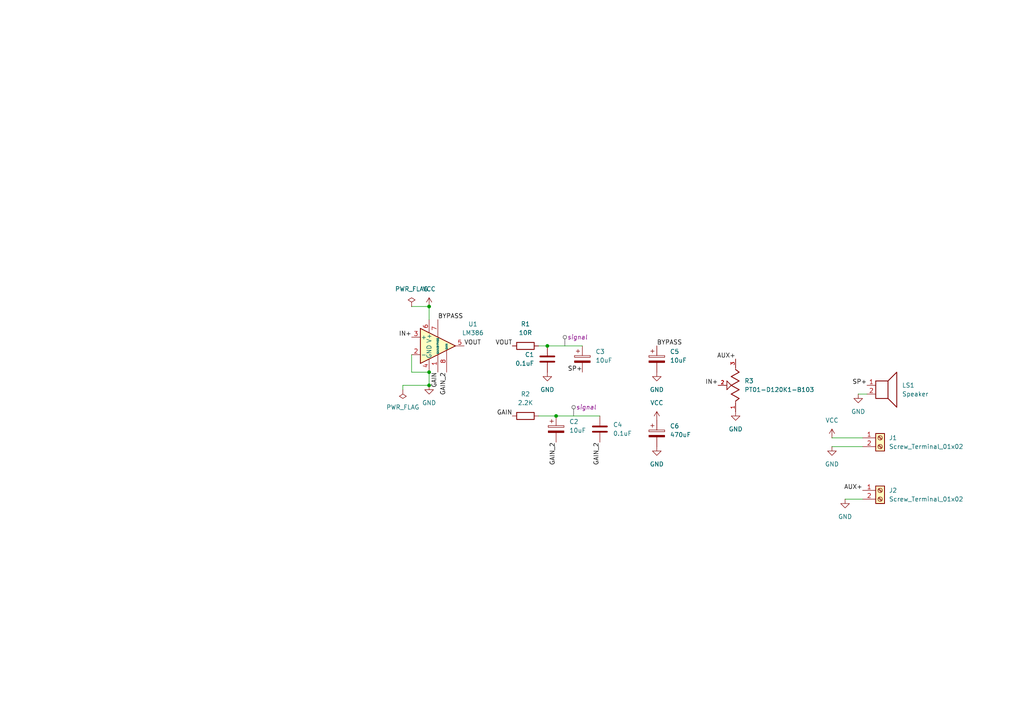
<source format=kicad_sch>
(kicad_sch (version 20231120) (generator "eeschema") (generator_version "8.0")
  (paper "A4")
  (lib_symbols
    (symbol "Amplifier_Audio:LM386" (pin_names (offset 0.127))
      (property "Reference" "U" (at 1.27 7.62 0))
      (property "Value" "LM386" (at 1.27 5.08 0))
      (symbol "LM386_0_1"
        (polyline (pts (xy 5.08 0) (xy -5.08 5.08) (xy -5.08 -5.08) (xy 5.08 0)) (stroke (width 0.254)) (fill (type background)))
      )
      (symbol "LM386_1_1"
        (pin input line (at 0 -7.62 90) (length 5.08) (name "GAIN") (number "1"))
        (pin input line (at -7.62 -2.54 0) (length 2.54) (name "-") (number "2"))
        (pin input line (at -7.62 2.54 0) (length 2.54) (name "+") (number "3"))
        (pin power_in line (at -2.54 -7.62 90) (length 3.81) (name "GND") (number "4"))
        (pin output line (at 7.62 0 180) (length 2.54) (name "~") (number "5"))
        (pin power_in line (at -2.54 7.62 270) (length 3.81) (name "V+") (number "6"))
        (pin input line (at 0 7.62 270) (length 5.08) (name "BYPASS") (number "7"))
        (pin input line (at 2.54 -7.62 90) (length 6.35) (name "GAIN") (number "8"))
      )
    )
    (symbol "Connector:Screw_Terminal_01x02" (pin_names (offset 1.016) hide)
      (property "Reference" "J" (at 0 2.54 0))
      (property "Value" "Screw_Terminal_01x02" (at 0 -5.08 0))
      (symbol "Screw_Terminal_01x02_1_1"
        (rectangle (start -1.27 1.27) (end 1.27 -3.81) (stroke (width 0.254)) (fill (type background)))
        (circle (center 0 -2.54) (radius 0.635) (stroke (width 0.1524)))
        (polyline (pts (xy -0.5334 -2.2098) (xy 0.3302 -3.048)) (stroke (width 0.1524)))
        (polyline (pts (xy -0.5334 0.3302) (xy 0.3302 -0.508)) (stroke (width 0.1524)))
        (polyline (pts (xy -0.3556 -2.032) (xy 0.508 -2.8702)) (stroke (width 0.1524)))
        (polyline (pts (xy -0.3556 0.508) (xy 0.508 -0.3302)) (stroke (width 0.1524)))
        (circle (center 0 0) (radius 0.635) (stroke (width 0.1524)))
        (pin passive line (at -5.08 0 0) (length 3.81) (name "Pin_1") (number "1"))
        (pin passive line (at -5.08 -2.54 0) (length 3.81) (name "Pin_2") (number "2"))
      )
    )
    (symbol "Device:C" (pin_numbers hide) (pin_names (offset 0.254))
      (property "Reference" "C" (at 0.635 2.54 0))
      (property "Value" "C" (at 0.635 -2.54 0))
      (symbol "C_0_1"
        (polyline (pts (xy -2.032 -0.762) (xy 2.032 -0.762)) (stroke (width 0.508)))
        (polyline (pts (xy -2.032 0.762) (xy 2.032 0.762)) (stroke (width 0.508)))
      )
      (symbol "C_1_1"
        (pin passive line (at 0 3.81 270) (length 2.794) (name "~") (number "1"))
        (pin passive line (at 0 -3.81 90) (length 2.794) (name "~") (number "2"))
      )
    )
    (symbol "Device:C_Polarized" (pin_numbers hide) (pin_names (offset 0.254))
      (property "Reference" "C" (at 0.635 2.54 0))
      (property "Value" "C_Polarized" (at 0.635 -2.54 0))
      (symbol "C_Polarized_0_1"
        (rectangle (start -2.286 0.508) (end 2.286 1.016))
        (polyline (pts (xy -1.778 2.286) (xy -0.762 2.286)))
        (polyline (pts (xy -1.27 2.794) (xy -1.27 1.778)))
        (rectangle (start 2.286 -0.508) (end -2.286 -1.016) (fill (type outline)))
      )
      (symbol "C_Polarized_1_1"
        (pin passive line (at 0 3.81 270) (length 2.794) (name "~") (number "1"))
        (pin passive line (at 0 -3.81 90) (length 2.794) (name "~") (number "2"))
      )
    )
    (symbol "Device:R" (pin_numbers hide) (pin_names (offset 0))
      (property "Reference" "R" (at 2.032 0 90))
      (property "Value" "R" (at 0 0 90))
      (symbol "R_0_1"
        (rectangle (start -1.016 -2.54) (end 1.016 2.54) (stroke (width 0.254)))
      )
      (symbol "R_1_1"
        (pin passive line (at 0 3.81 270) (length 1.27) (name "~") (number "1"))
        (pin passive line (at 0 -3.81 90) (length 1.27) (name "~") (number "2"))
      )
    )
    (symbol "Device:Speaker" (pin_names (offset 0) hide)
      (property "Reference" "LS" (at 1.27 5.715 0))
      (property "Value" "Speaker" (at 1.27 3.81 0))
      (symbol "Speaker_0_0"
        (rectangle (start -2.54 1.27) (end 1.016 -3.81) (stroke (width 0.254)))
        (polyline (pts (xy 1.016 1.27) (xy 3.556 3.81) (xy 3.556 -6.35) (xy 1.016 -3.81)) (stroke (width 0.254)))
      )
      (symbol "Speaker_1_1"
        (pin input line (at -5.08 0 0) (length 2.54) (name "1") (number "1"))
        (pin input line (at -5.08 -2.54 0) (length 2.54) (name "2") (number "2"))
      )
    )
    (symbol "New_Library_0:PT01-D120K1-B103" (pin_names (offset 1.016))
      (property "Reference" "R" (at -7.62 10.16 0))
      (property "Value" "PT01-D120K1-B103" (at -7.62 -5.08 0))
      (symbol "PT01-D120K1-B103_0_0"
        (polyline (pts (xy -4.572 0) (xy -5.08 0)) (stroke (width 0.1524)))
        (polyline (pts (xy -3.81 -1.016) (xy -4.572 0)) (stroke (width 0.254)))
        (polyline (pts (xy -2.54 1.27) (xy -3.81 -1.016)) (stroke (width 0.254)))
        (polyline (pts (xy -1.27 -1.016) (xy -2.54 1.27)) (stroke (width 0.254)))
        (polyline (pts (xy -1.27 2.54) (xy 1.27 2.54)) (stroke (width 0.2032)))
        (polyline (pts (xy 0 1.27) (xy -1.27 -1.016)) (stroke (width 0.254)))
        (polyline (pts (xy 0 1.27) (xy -1.27 2.54)) (stroke (width 0.2032)))
        (polyline (pts (xy 1.27 -1.016) (xy 0 1.27)) (stroke (width 0.254)))
        (polyline (pts (xy 1.27 2.54) (xy 0 1.27)) (stroke (width 0.2032)))
        (polyline (pts (xy 2.54 1.27) (xy 1.27 -1.016)) (stroke (width 0.254)))
        (polyline (pts (xy 3.81 -1.016) (xy 2.54 1.27)) (stroke (width 0.254)))
        (polyline (pts (xy 4.572 0) (xy 3.81 -1.016)) (stroke (width 0.254)))
        (polyline (pts (xy 5.08 0) (xy 4.572 0)) (stroke (width 0.1524)))
        (pin passive line (at -7.62 0 0) (length 2.54) (name "~") (number "1"))
        (pin passive line (at 0 5.08 270) (length 2.54) (name "~") (number "2"))
        (pin passive line (at 7.62 0 180) (length 2.54) (name "~") (number "3"))
      )
    )
    (symbol "power:GND" (power) (pin_numbers hide) (pin_names (offset 0) hide)
      (property "Value" "GND" (at 0 -3.81 0))
      (symbol "GND_0_1"
        (polyline (pts (xy 0 0) (xy 0 -1.27) (xy 1.27 -1.27) (xy 0 -2.54) (xy -1.27 -1.27) (xy 0 -1.27)))
      )
      (symbol "GND_1_1"
        (pin power_in line (at 0 0 270) (length 0) (name "~") (number "1"))
      )
    )
    (symbol "power:PWR_FLAG" (power) (pin_numbers hide) (pin_names (offset 0) hide)
      (property "Value" "PWR_FLAG" (at 0 3.81 0))
      (symbol "PWR_FLAG_0_0"
        (pin power_out line (at 0 0 90) (length 0) (name "~") (number "1"))
      )
      (symbol "PWR_FLAG_0_1"
        (polyline (pts (xy 0 0) (xy 0 1.27) (xy -1.016 1.905) (xy 0 2.54) (xy 1.016 1.905) (xy 0 1.27)))
      )
    )
    (symbol "power:VCC" (power) (pin_numbers hide) (pin_names (offset 0) hide)
      (property "Value" "VCC" (at 0 3.556 0))
      (symbol "VCC_0_1"
        (polyline (pts (xy -0.762 1.27) (xy 0 2.54)))
        (polyline (pts (xy 0 0) (xy 0 2.54)))
        (polyline (pts (xy 0 2.54) (xy 0.762 1.27)))
      )
      (symbol "VCC_1_1"
        (pin power_in line (at 0 0 90) (length 0) (name "~") (number "1"))
      )
    )
  )
  (junction (at 158.75 100.33))
  (junction (at 124.46 107.95))
  (junction (at 161.29 120.65))
  (junction (at 124.46 111.76))
  (junction (at 124.46 88.9))
  (wire (pts (xy 119.38 88.9) (xy 124.46 88.9)))
  (wire (pts (xy 116.84 113.03) (xy 116.84 111.76)))
  (wire (pts (xy 124.46 111.76) (xy 124.46 107.95)))
  (wire (pts (xy 119.38 107.95) (xy 124.46 107.95)))
  (wire (pts (xy 124.46 88.9) (xy 124.46 92.71)))
  (wire (pts (xy 241.3 129.54) (xy 250.19 129.54)))
  (wire (pts (xy 116.84 111.76) (xy 124.46 111.76)))
  (wire (pts (xy 248.92 114.3) (xy 251.46 114.3)))
  (wire (pts (xy 119.38 102.87) (xy 119.38 107.95)))
  (wire (pts (xy 156.21 100.33) (xy 158.75 100.33)))
  (wire (pts (xy 158.75 100.33) (xy 168.91 100.33)))
  (wire (pts (xy 161.29 120.65) (xy 156.21 120.65)))
  (wire (pts (xy 161.29 120.65) (xy 173.99 120.65)))
  (wire (pts (xy 245.11 144.78) (xy 250.19 144.78)))
  (wire (pts (xy 241.3 127) (xy 250.19 127)))
  (label "BYPASS" (at 190.5 100.33 0))
  (label "GAIN" (at 148.59 120.65 180))
  (label "BYPASS" (at 127 92.71 0))
  (label "IN+" (at 208.28 111.76 180))
  (label "GAIN_2" (at 129.54 107.95 270))
  (label "GAIN" (at 127 107.95 270))
  (label "GAIN_2" (at 161.29 128.27 270))
  (label "SP+" (at 168.91 107.95 180))
  (label "VOUT" (at 134.62 100.33 0))
  (label "AUX+" (at 213.36 104.14 180))
  (label "IN+" (at 119.38 97.79 180))
  (label "VOUT" (at 148.59 100.33 180))
  (label "GAIN_2" (at 173.99 128.27 270))
  (label "AUX+" (at 250.19 142.24 180))
  (label "SP+" (at 251.46 111.76 180))
  (netclass_flag "" (length 2.54) (shape round) (at 166.37 120.65 0) (property "Netclass" "signal" (at 167.0685 118.11 0) (effects (font (italic yes)) (justify left))))
  (netclass_flag "" (length 2.54) (shape round) (at 163.83 100.33 0) (property "Netclass" "signal" (at 164.5285 97.79 0) (effects (font (italic yes)) (justify left))))
  (symbol (lib_id "Device:C_Polarized") (at 168.91 104.14 0) (unit 1)
    (property "Reference" "C3" (at 172.72 101.9809 0) (effects (justify left)))
    (property "Value" "10uF" (at 172.72 104.5209 0) (effects (justify left)))
    (property "Footprint" "Capacitor_THT:CP_Radial_D5.0mm_P2.50mm" (effects (hide yes)))
    (property "Description" "Polarized capacitor" (effects (hide yes)))
  )
  (symbol (lib_id "power:VCC") (at 190.5 121.92 0) (unit 1)
    (property "Reference" "#PWR05" (effects (hide yes)))
    (property "Value" "VCC" (at 190.5 116.84 0))
    (property "Description" "Power symbol creates a global label with name \"VCC\"" (effects (hide yes)))
  )
  (symbol (lib_id "Amplifier_Audio:LM386") (at 127 100.33 0) (unit 1)
    (property "Reference" "U1" (at 137.16 94.0114 0))
    (property "Value" "LM386" (at 137.16 96.5514 0))
    (property "Footprint" "Package_SO:SOIC-8_3.9x4.9mm_P1.27mm" (effects (hide yes)))
    (property "Datasheet" "http://www.ti.com/lit/ds/symlink/lm386.pdf" (effects (hide yes)))
    (property "Description" "Low Voltage Audio Power Amplifier, DIP-8/SOIC-8/SSOP-8" (effects (hide yes)))
  )
  (symbol (lib_id "Device:C") (at 173.99 124.46 0) (unit 1)
    (property "Reference" "C4" (at 177.8 123.1899 0) (effects (justify left)))
    (property "Value" "0.1uF" (at 177.8 125.7299 0) (effects (justify left)))
    (property "Footprint" "Capacitor_THT:C_Disc_D5.0mm_W2.5mm_P2.50mm" (effects (hide yes)))
    (property "Description" "Unpolarized capacitor" (effects (hide yes)))
  )
  (symbol (lib_id "power:GND") (at 124.46 111.76 0) (unit 1)
    (property "Reference" "#PWR02" (effects (hide yes)))
    (property "Value" "GND" (at 124.46 116.84 0))
    (property "Description" "Power symbol creates a global label with name \"GND\" , ground" (effects (hide yes)))
  )
  (symbol (lib_id "power:GND") (at 248.92 114.3 0) (unit 1)
    (property "Reference" "#PWR08" (effects (hide yes)))
    (property "Value" "GND" (at 248.92 119.38 0))
    (property "Description" "Power symbol creates a global label with name \"GND\" , ground" (effects (hide yes)))
  )
  (symbol (lib_id "Device:C") (at 158.75 104.14 0) (unit 1)
    (property "Reference" "C1" (at 154.94 102.8699 0) (effects (justify right)))
    (property "Value" "0.1uF" (at 154.94 105.4099 0) (effects (justify right)))
    (property "Footprint" "Capacitor_THT:C_Disc_D5.0mm_W2.5mm_P2.50mm" (effects (hide yes)))
    (property "Description" "Unpolarized capacitor" (effects (hide yes)))
  )
  (symbol (lib_id "power:GND") (at 241.3 129.54 0) (unit 1)
    (property "Reference" "#PWR010" (effects (hide yes)))
    (property "Value" "GND" (at 241.3 134.62 0))
    (property "Description" "Power symbol creates a global label with name \"GND\" , ground" (effects (hide yes)))
  )
  (symbol (lib_id "power:GND") (at 190.5 107.95 0) (unit 1)
    (property "Reference" "#PWR04" (effects (hide yes)))
    (property "Value" "GND" (at 190.5 113.03 0))
    (property "Description" "Power symbol creates a global label with name \"GND\" , ground" (effects (hide yes)))
  )
  (symbol (lib_id "Connector:Screw_Terminal_01x02") (at 255.27 142.24 0) (unit 1)
    (property "Reference" "J2" (at 257.81 142.2399 0) (effects (justify left)))
    (property "Value" "Screw_Terminal_01x02" (at 257.81 144.7799 0) (effects (justify left)))
    (property "Footprint" "TerminalBlock_4Ucon:TerminalBlock_4Ucon_1x02_P3.50mm_Horizontal" (effects (hide yes)))
    (property "Description" "Generic screw terminal, single row, 01x02, script generated (kicad-library-utils/schlib/autogen/connector/)" (effects (hide yes)))
  )
  (symbol (lib_id "Device:R") (at 152.4 120.65 90) (unit 1)
    (property "Reference" "R2" (at 152.4 114.3 90))
    (property "Value" "2.2K" (at 152.4 116.84 90))
    (property "Footprint" "Resistor_THT:R_Axial_DIN0207_L6.3mm_D2.5mm_P5.08mm_Vertical" (effects (hide yes)))
    (property "Description" "Resistor" (effects (hide yes)))
  )
  (symbol (lib_id "power:GND") (at 158.75 107.95 0) (unit 1)
    (property "Reference" "#PWR03" (effects (hide yes)))
    (property "Value" "GND" (at 158.75 113.03 0))
    (property "Description" "Power symbol creates a global label with name \"GND\" , ground" (effects (hide yes)))
  )
  (symbol (lib_id "power:PWR_FLAG") (at 116.84 113.03 180) (unit 1)
    (property "Reference" "#FLG02" (effects (hide yes)))
    (property "Value" "PWR_FLAG" (at 116.84 118.11 0))
    (property "Description" "Special symbol for telling ERC where power comes from" (effects (hide yes)))
  )
  (symbol (lib_id "power:GND") (at 213.36 119.38 0) (unit 1)
    (property "Reference" "#PWR07" (effects (hide yes)))
    (property "Value" "GND" (at 213.36 124.46 0))
    (property "Description" "Power symbol creates a global label with name \"GND\" , ground" (effects (hide yes)))
  )
  (symbol (lib_id "power:GND") (at 190.5 129.54 0) (unit 1)
    (property "Reference" "#PWR06" (effects (hide yes)))
    (property "Value" "GND" (at 190.5 134.62 0))
    (property "Description" "Power symbol creates a global label with name \"GND\" , ground" (effects (hide yes)))
  )
  (symbol (lib_id "New_Library_0:PT01-D120K1-B103") (at 213.36 111.76 90) (unit 1)
    (property "Reference" "R3" (at 215.9 110.4899 90) (effects (justify right)))
    (property "Value" "PT01-D120K1-B103" (at 215.9 113.0299 90) (effects (justify right)))
    (property "Footprint" "Potentiometer_THT:Potentiometer_Alps_RK163_Single_Horizontal" (effects (hide yes)))
    (property "DigiKey_Part_Number" "2223-PT01-D120K1-B103-ND" (effects (hide yes)))
    (property "MF" "CUI Devices" (effects (hide yes)))
    (property "MAXIMUM_PACKAGE_HEIGHT" "26.8 mm" (effects (hide yes)))
    (property "Package" "None" (effects (hide yes)))
    (property "Check_prices" "https://www.snapeda.com/parts/PT01-D120K1-B103/CUI+Devices/view-part/?ref=eda" (effects (hide yes)))
    (property "STANDARD" "Manufacturer Recommendations" (effects (hide yes)))
    (property "PARTREV" "1.0" (effects (hide yes)))
    (property "SnapEDA_Link" "https://www.snapeda.com/parts/PT01-D120K1-B103/CUI+Devices/view-part/?ref=snap" (effects (hide yes)))
    (property "MP" "PT01-D120K1-B103" (effects (hide yes)))
    (property "Purchase-URL" "https://www.snapeda.com/api/url_track_click_mouser/?unipart_id=11812771&manufacturer=CUI Devices&part_name=PT01-D120K1-B103&search_term=potentiometer" (effects (hide yes)))
    (property "Description_1" "10 mm, Horizontal, Linear, 10 kΩ, Through Hole, Knurled (18 Teeth) Rotary Potentiometer" (effects (hide yes)))
    (property "CUI_purchase_URL" "https://www.cuidevices.com/product/motion-and-control/potentiometers/rotary-potentiometers/pt01-d120k1-b103?utm_source=snapeda.com&utm_medium=referral&utm_campaign=snapedaBOM" (effects (hide yes)))
    (property "MANUFACTURER" "CUI Devices" (effects (hide yes)))
  )
  (symbol (lib_id "Device:C_Polarized") (at 161.29 124.46 0) (unit 1)
    (property "Reference" "C2" (at 165.1 122.3009 0) (effects (justify left)))
    (property "Value" "10uF" (at 165.1 124.8409 0) (effects (justify left)))
    (property "Footprint" "Capacitor_THT:CP_Radial_D5.0mm_P2.50mm" (effects (hide yes)))
    (property "Description" "Polarized capacitor" (effects (hide yes)))
  )
  (symbol (lib_id "Device:Speaker") (at 256.54 111.76 0) (unit 1)
    (property "Reference" "LS1" (at 261.62 111.7599 0) (effects (justify left)))
    (property "Value" "Speaker" (at 261.62 114.2999 0) (effects (justify left)))
    (property "Footprint" "TerminalBlock_Altech:Altech_AK100_1x02_P5.00mm" (effects (hide yes)))
    (property "Description" "Speaker" (effects (hide yes)))
  )
  (symbol (lib_id "power:GND") (at 245.11 144.78 0) (unit 1)
    (property "Reference" "#PWR011" (effects (hide yes)))
    (property "Value" "GND" (at 245.11 149.86 0))
    (property "Description" "Power symbol creates a global label with name \"GND\" , ground" (effects (hide yes)))
  )
  (symbol (lib_id "Device:C_Polarized") (at 190.5 125.73 0) (unit 1)
    (property "Reference" "C6" (at 194.31 123.5709 0) (effects (justify left)))
    (property "Value" "470uF" (at 194.31 126.1109 0) (effects (justify left)))
    (property "Footprint" "Capacitor_THT:CP_Radial_D5.0mm_P2.50mm" (effects (hide yes)))
    (property "Description" "Polarized capacitor" (effects (hide yes)))
  )
  (symbol (lib_id "power:PWR_FLAG") (at 119.38 88.9 0) (unit 1)
    (property "Reference" "#FLG01" (effects (hide yes)))
    (property "Value" "PWR_FLAG" (at 119.38 83.82 0))
    (property "Description" "Special symbol for telling ERC where power comes from" (effects (hide yes)))
  )
  (symbol (lib_id "Device:R") (at 152.4 100.33 90) (unit 1)
    (property "Reference" "R1" (at 152.4 93.98 90))
    (property "Value" "10R" (at 152.4 96.52 90))
    (property "Footprint" "Resistor_THT:R_Axial_DIN0207_L6.3mm_D2.5mm_P5.08mm_Vertical" (effects (hide yes)))
    (property "Description" "Resistor" (effects (hide yes)))
  )
  (symbol (lib_id "Device:C_Polarized") (at 190.5 104.14 0) (unit 1)
    (property "Reference" "C5" (at 194.31 101.9809 0) (effects (justify left)))
    (property "Value" "10uF" (at 194.31 104.5209 0) (effects (justify left)))
    (property "Footprint" "Capacitor_THT:CP_Radial_D5.0mm_P2.50mm" (effects (hide yes)))
    (property "Description" "Polarized capacitor" (effects (hide yes)))
  )
  (symbol (lib_id "power:VCC") (at 241.3 127 0) (unit 1)
    (property "Reference" "#PWR09" (effects (hide yes)))
    (property "Value" "VCC" (at 241.3 121.92 0))
    (property "Description" "Power symbol creates a global label with name \"VCC\"" (effects (hide yes)))
  )
  (symbol (lib_id "Connector:Screw_Terminal_01x02") (at 255.27 127 0) (unit 1)
    (property "Reference" "J1" (at 257.81 126.9999 0) (effects (justify left)))
    (property "Value" "Screw_Terminal_01x02" (at 257.81 129.5399 0) (effects (justify left)))
    (property "Footprint" "TerminalBlock_4Ucon:TerminalBlock_4Ucon_1x02_P3.50mm_Horizontal" (effects (hide yes)))
    (property "Description" "Generic screw terminal, single row, 01x02, script generated (kicad-library-utils/schlib/autogen/connector/)" (effects (hide yes)))
  )
  (symbol (lib_id "power:VCC") (at 124.46 88.9 0) (unit 1)
    (property "Reference" "#PWR01" (effects (hide yes)))
    (property "Value" "VCC" (at 124.46 83.82 0))
    (property "Description" "Power symbol creates a global label with name \"VCC\"" (effects (hide yes)))
  )
)
</source>
